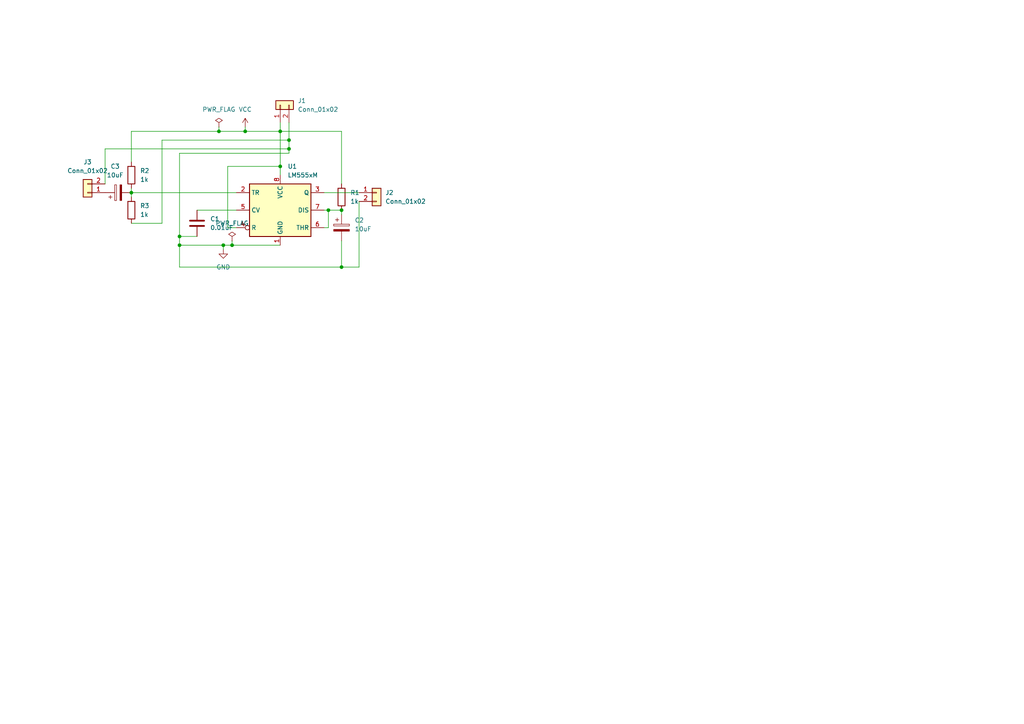
<source format=kicad_sch>
(kicad_sch (version 20250114) (generator "eeschema") (generator_version "9.0")
  (paper "A4")
  (lib_symbols
    (symbol "Connector_Generic:Conn_01x02" (pin_names (offset 1.016) (hide yes))
      (property "Reference" "J" (at 0 2.54 0))
      (property "Value" "Conn_01x02" (at 0 -5.08 0))
      (symbol "Conn_01x02_1_1"
        (rectangle (start -1.27 1.27) (end 1.27 -3.81) (stroke (width 0.254)) (fill (type background)))
        (rectangle (start -1.27 0.127) (end 0 -0.127) (stroke (width 0.1524)))
        (rectangle (start -1.27 -2.413) (end 0 -2.667) (stroke (width 0.1524)))
        (pin passive line (at -5.08 0 0) (length 3.81) (name "Pin_1") (number "1"))
        (pin passive line (at -5.08 -2.54 0) (length 3.81) (name "Pin_2") (number "2"))
      )
    )
    (symbol "Device:C" (pin_numbers (hide yes)) (pin_names (offset 0.254))
      (property "Reference" "C" (at 0.635 2.54 0))
      (property "Value" "C" (at 0.635 -2.54 0))
      (symbol "C_0_1"
        (polyline (pts (xy -2.032 0.762) (xy 2.032 0.762)) (stroke (width 0.508)))
        (polyline (pts (xy -2.032 -0.762) (xy 2.032 -0.762)) (stroke (width 0.508)))
      )
      (symbol "C_1_1"
        (pin passive line (at 0 3.81 270) (length 2.794) (name "~") (number "1"))
        (pin passive line (at 0 -3.81 90) (length 2.794) (name "~") (number "2"))
      )
    )
    (symbol "Device:C_Polarized" (pin_numbers (hide yes)) (pin_names (offset 0.254))
      (property "Reference" "C" (at 0.635 2.54 0))
      (property "Value" "C_Polarized" (at 0.635 -2.54 0))
      (symbol "C_Polarized_0_1"
        (rectangle (start -2.286 0.508) (end 2.286 1.016))
        (polyline (pts (xy -1.778 2.286) (xy -0.762 2.286)))
        (polyline (pts (xy -1.27 2.794) (xy -1.27 1.778)))
        (rectangle (start 2.286 -0.508) (end -2.286 -1.016) (fill (type outline)))
      )
      (symbol "C_Polarized_1_1"
        (pin passive line (at 0 3.81 270) (length 2.794) (name "~") (number "1"))
        (pin passive line (at 0 -3.81 90) (length 2.794) (name "~") (number "2"))
      )
    )
    (symbol "Device:R" (pin_numbers (hide yes)) (pin_names (offset 0))
      (property "Reference" "R" (at 2.032 0 90))
      (property "Value" "R" (at 0 0 90))
      (symbol "R_0_1"
        (rectangle (start -1.016 -2.54) (end 1.016 2.54) (stroke (width 0.254)))
      )
      (symbol "R_1_1"
        (pin passive line (at 0 3.81 270) (length 1.27) (name "~") (number "1"))
        (pin passive line (at 0 -3.81 90) (length 1.27) (name "~") (number "2"))
      )
    )
    (symbol "Timer:LM555xM"
      (property "Reference" "U" (at -10.16 8.89 0))
      (property "Value" "LM555xM" (at 2.54 8.89 0))
      (symbol "LM555xM_0_0"
        (pin power_in line (at 0 10.16 270) (length 2.54) (name "VCC") (number "8"))
        (pin power_in line (at 0 -10.16 90) (length 2.54) (name "GND") (number "1"))
      )
      (symbol "LM555xM_0_1"
        (rectangle (start -8.89 -7.62) (end 8.89 7.62) (stroke (width 0.254)) (fill (type background)))
        (rectangle (start -8.89 -7.62) (end 8.89 7.62) (stroke (width 0.254)) (fill (type background)))
      )
      (symbol "LM555xM_1_1"
        (pin input line (at -12.7 5.08 0) (length 3.81) (name "TR") (number "2"))
        (pin input line (at -12.7 0 0) (length 3.81) (name "CV") (number "5"))
        (pin input inverted (at -12.7 -5.08 0) (length 3.81) (name "R") (number "4"))
        (pin output line (at 12.7 5.08 180) (length 3.81) (name "Q") (number "3"))
        (pin input line (at 12.7 0 180) (length 3.81) (name "DIS") (number "7"))
        (pin input line (at 12.7 -5.08 180) (length 3.81) (name "THR") (number "6"))
      )
    )
    (symbol "power:GND" (power) (pin_numbers (hide yes)) (pin_names (offset 0) (hide yes))
      (property "Value" "GND" (at 0 -3.81 0))
      (symbol "GND_0_1"
        (polyline (pts (xy 0 0) (xy 0 -1.27) (xy 1.27 -1.27) (xy 0 -2.54) (xy -1.27 -1.27) (xy 0 -1.27)))
      )
      (symbol "GND_1_1"
        (pin power_in line (at 0 0 270) (length 0) (name "~") (number "1"))
      )
    )
    (symbol "power:PWR_FLAG" (power) (pin_numbers (hide yes)) (pin_names (offset 0) (hide yes))
      (property "Value" "PWR_FLAG" (at 0 3.81 0))
      (symbol "PWR_FLAG_0_0"
        (pin power_out line (at 0 0 90) (length 0) (name "~") (number "1"))
      )
      (symbol "PWR_FLAG_0_1"
        (polyline (pts (xy 0 0) (xy 0 1.27) (xy -1.016 1.905) (xy 0 2.54) (xy 1.016 1.905) (xy 0 1.27)))
      )
    )
    (symbol "power:VCC" (power) (pin_numbers (hide yes)) (pin_names (offset 0) (hide yes))
      (property "Value" "VCC" (at 0 3.556 0))
      (symbol "VCC_0_1"
        (polyline (pts (xy -0.762 1.27) (xy 0 2.54)))
        (polyline (pts (xy 0 2.54) (xy 0.762 1.27)))
        (polyline (pts (xy 0 0) (xy 0 2.54)))
      )
      (symbol "VCC_1_1"
        (pin power_in line (at 0 0 90) (length 0) (name "~") (number "1"))
      )
    )
  )
  (junction (at 83.82 40.64))
  (junction (at 99.06 77.47))
  (junction (at 52.07 68.58))
  (junction (at 81.28 38.1))
  (junction (at 95.25 60.96))
  (junction (at 83.82 43.18))
  (junction (at 63.5 38.1))
  (junction (at 67.31 71.12))
  (junction (at 99.06 60.96))
  (junction (at 71.12 38.1))
  (junction (at 52.07 71.12))
  (junction (at 81.28 48.26))
  (junction (at 38.1 55.88))
  (junction (at 64.77 71.12))
  (wire (pts (xy 52.07 77.47) (xy 52.07 71.12)))
  (wire (pts (xy 63.5 38.1) (xy 71.12 38.1)))
  (wire (pts (xy 66.04 66.04) (xy 66.04 48.26)))
  (wire (pts (xy 38.1 64.77) (xy 46.99 64.77)))
  (wire (pts (xy 38.1 38.1) (xy 63.5 38.1)))
  (wire (pts (xy 46.99 64.77) (xy 46.99 40.64)))
  (wire (pts (xy 52.07 44.45) (xy 83.82 44.45)))
  (wire (pts (xy 38.1 55.88) (xy 68.58 55.88)))
  (wire (pts (xy 57.15 68.58) (xy 52.07 68.58)))
  (wire (pts (xy 99.06 77.47) (xy 52.07 77.47)))
  (wire (pts (xy 30.48 53.34) (xy 30.48 43.18)))
  (wire (pts (xy 99.06 69.85) (xy 99.06 77.47)))
  (wire (pts (xy 67.31 69.85) (xy 67.31 71.12)))
  (wire (pts (xy 95.25 66.04) (xy 95.25 60.96)))
  (wire (pts (xy 64.77 72.39) (xy 64.77 71.12)))
  (wire (pts (xy 81.28 71.12) (xy 67.31 71.12)))
  (wire (pts (xy 71.12 36.83) (xy 71.12 38.1)))
  (wire (pts (xy 99.06 60.96) (xy 95.25 60.96)))
  (wire (pts (xy 64.77 71.12) (xy 52.07 71.12)))
  (wire (pts (xy 68.58 66.04) (xy 66.04 66.04)))
  (wire (pts (xy 81.28 38.1) (xy 81.28 35.56)))
  (wire (pts (xy 38.1 46.99) (xy 38.1 38.1)))
  (wire (pts (xy 83.82 40.64) (xy 83.82 35.56)))
  (wire (pts (xy 99.06 38.1) (xy 81.28 38.1)))
  (wire (pts (xy 99.06 62.23) (xy 99.06 60.96)))
  (wire (pts (xy 104.14 58.42) (xy 104.14 77.47)))
  (wire (pts (xy 99.06 53.34) (xy 99.06 38.1)))
  (wire (pts (xy 30.48 43.18) (xy 83.82 43.18)))
  (wire (pts (xy 38.1 54.61) (xy 38.1 55.88)))
  (wire (pts (xy 81.28 48.26) (xy 81.28 50.8)))
  (wire (pts (xy 104.14 77.47) (xy 99.06 77.47)))
  (wire (pts (xy 63.5 36.83) (xy 63.5 38.1)))
  (wire (pts (xy 57.15 60.96) (xy 68.58 60.96)))
  (wire (pts (xy 83.82 43.18) (xy 83.82 40.64)))
  (wire (pts (xy 52.07 68.58) (xy 52.07 44.45)))
  (wire (pts (xy 67.31 71.12) (xy 64.77 71.12)))
  (wire (pts (xy 93.98 55.88) (xy 104.14 55.88)))
  (wire (pts (xy 81.28 38.1) (xy 81.28 48.26)))
  (wire (pts (xy 38.1 55.88) (xy 38.1 57.15)))
  (wire (pts (xy 66.04 48.26) (xy 81.28 48.26)))
  (wire (pts (xy 71.12 38.1) (xy 81.28 38.1)))
  (wire (pts (xy 52.07 71.12) (xy 52.07 68.58)))
  (wire (pts (xy 95.25 60.96) (xy 93.98 60.96)))
  (wire (pts (xy 46.99 40.64) (xy 83.82 40.64)))
  (wire (pts (xy 83.82 44.45) (xy 83.82 43.18)))
  (wire (pts (xy 93.98 66.04) (xy 95.25 66.04)))
  (symbol (lib_id "power:VCC") (at 71.12 36.83 0) (unit 1)
    (property "Reference" "#PWR01" (effects (hide yes)))
    (property "Value" "VCC" (at 71.12 31.75 0))
    (property "Description" "Power symbol creates a global label with name \"VCC\"" (effects (hide yes)))
  )
  (symbol (lib_id "Device:C_Polarized") (at 34.29 55.88 90) (unit 1)
    (property "Reference" "C3" (at 33.401 48.26 90))
    (property "Value" "10uF" (at 33.401 50.8 90))
    (property "Footprint" "Capacitor_THT:CP_Radial_D5.0mm_P2.00mm" (effects (hide yes)))
    (property "Description" "Polarized capacitor" (effects (hide yes)))
  )
  (symbol (lib_id "power:PWR_FLAG") (at 67.31 69.85 0) (unit 1)
    (property "Reference" "#FLG02" (effects (hide yes)))
    (property "Value" "PWR_FLAG" (at 67.31 64.77 0))
    (property "Description" "Special symbol for telling ERC where power comes from" (effects (hide yes)))
  )
  (symbol (lib_id "Timer:LM555xM") (at 81.28 60.96 0) (unit 1)
    (property "Reference" "U1" (at 83.4233 48.26 0) (effects (justify left)))
    (property "Value" "LM555xM" (at 83.4233 50.8 0) (effects (justify left)))
    (property "Footprint" "Package_DIP:DIP-8_W7.62mm_Socket" (effects (hide yes)))
    (property "Datasheet" "http://www.ti.com/lit/ds/symlink/lm555.pdf" (effects (hide yes)))
    (property "Description" "Timer, 555 compatible, SOIC-8" (effects (hide yes)))
  )
  (symbol (lib_id "Device:R") (at 99.06 57.15 0) (unit 1)
    (property "Reference" "R1" (at 101.6 55.8799 0) (effects (justify left)))
    (property "Value" "1k" (at 101.6 58.4199 0) (effects (justify left)))
    (property "Footprint" "Resistor_THT:R_Axial_DIN0204_L3.6mm_D1.6mm_P7.62mm_Horizontal" (effects (hide yes)))
    (property "Description" "Resistor" (effects (hide yes)))
  )
  (symbol (lib_id "Device:C") (at 57.15 64.77 0) (unit 1)
    (property "Reference" "C1" (at 60.96 63.4999 0) (effects (justify left)))
    (property "Value" "0.01uF" (at 60.96 66.0399 0) (effects (justify left)))
    (property "Footprint" "Capacitor_THT:C_Disc_D4.3mm_W1.9mm_P5.00mm" (effects (hide yes)))
    (property "Description" "Unpolarized capacitor" (effects (hide yes)))
  )
  (symbol (lib_id "Connector_Generic:Conn_01x02") (at 109.22 55.88 0) (unit 1)
    (property "Reference" "J2" (at 111.76 55.8799 0) (effects (justify left)))
    (property "Value" "Conn_01x02" (at 111.76 58.4199 0) (effects (justify left)))
    (property "Footprint" "TerminalBlock:TerminalBlock_bornier-2_P5.08mm" (effects (hide yes)))
    (property "Description" "Generic connector, single row, 01x02, script generated (kicad-library-utils/schlib/autogen/connector/)" (effects (hide yes)))
  )
  (symbol (lib_id "Device:R") (at 38.1 60.96 0) (unit 1)
    (property "Reference" "R3" (at 40.64 59.6899 0) (effects (justify left)))
    (property "Value" "1k" (at 40.64 62.2299 0) (effects (justify left)))
    (property "Footprint" "Resistor_THT:R_Axial_DIN0204_L3.6mm_D1.6mm_P7.62mm_Horizontal" (effects (hide yes)))
    (property "Description" "Resistor" (effects (hide yes)))
  )
  (symbol (lib_id "Device:C_Polarized") (at 99.06 66.04 0) (unit 1)
    (property "Reference" "C2" (at 102.87 63.8809 0) (effects (justify left)))
    (property "Value" "10uF" (at 102.87 66.4209 0) (effects (justify left)))
    (property "Footprint" "Capacitor_THT:CP_Radial_D5.0mm_P2.00mm" (effects (hide yes)))
    (property "Description" "Polarized capacitor" (effects (hide yes)))
  )
  (symbol (lib_id "Connector_Generic:Conn_01x02") (at 81.28 30.48 90) (unit 1)
    (property "Reference" "J1" (at 86.36 29.2099 90) (effects (justify right)))
    (property "Value" "Conn_01x02" (at 86.36 31.7499 90) (effects (justify right)))
    (property "Footprint" "TerminalBlock:TerminalBlock_bornier-2_P5.08mm" (effects (hide yes)))
    (property "Description" "Generic connector, single row, 01x02, script generated (kicad-library-utils/schlib/autogen/connector/)" (effects (hide yes)))
  )
  (symbol (lib_id "power:PWR_FLAG") (at 63.5 36.83 0) (unit 1)
    (property "Reference" "#FLG01" (effects (hide yes)))
    (property "Value" "PWR_FLAG" (at 63.5 31.75 0))
    (property "Description" "Special symbol for telling ERC where power comes from" (effects (hide yes)))
  )
  (symbol (lib_id "power:GND") (at 64.77 72.39 0) (unit 1)
    (property "Reference" "#PWR02" (effects (hide yes)))
    (property "Value" "GND" (at 64.77 77.47 0))
    (property "Description" "Power symbol creates a global label with name \"GND\" , ground" (effects (hide yes)))
  )
  (symbol (lib_id "Device:R") (at 38.1 50.8 0) (unit 1)
    (property "Reference" "R2" (at 40.64 49.5299 0) (effects (justify left)))
    (property "Value" "1k" (at 40.64 52.0699 0) (effects (justify left)))
    (property "Footprint" "Resistor_THT:R_Axial_DIN0204_L3.6mm_D1.6mm_P7.62mm_Horizontal" (effects (hide yes)))
    (property "Description" "Resistor" (effects (hide yes)))
  )
  (symbol (lib_id "Connector_Generic:Conn_01x02") (at 25.4 55.88 180) (unit 1)
    (property "Reference" "J3" (at 25.4 46.99 0))
    (property "Value" "Conn_01x02" (at 25.4 49.53 0))
    (property "Footprint" "TerminalBlock:TerminalBlock_bornier-2_P5.08mm" (effects (hide yes)))
    (property "Description" "Generic connector, single row, 01x02, script generated (kicad-library-utils/schlib/autogen/connector/)" (effects (hide yes)))
  )
)
</source>
